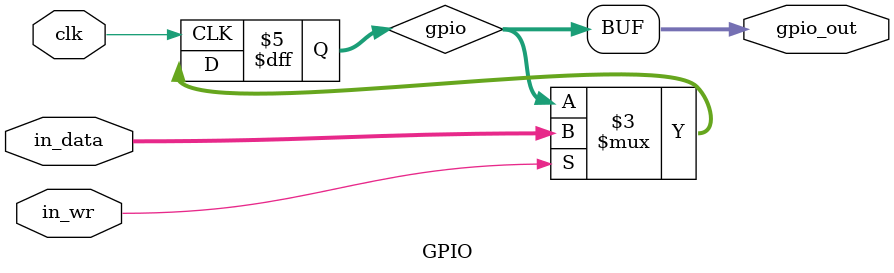
<source format=v>
`timescale 1ns / 1ps
`default_nettype none

module GPIO(
    input wire clk,
	 
    output wire [23:0] gpio_out,
	 
	 // Write chanel
    input wire [23:0] in_data,
    input wire in_wr
);

reg [23:0] gpio = 0;

always @(posedge clk)
    if (in_wr) gpio <= in_data;

assign gpio_out = gpio;

endmodule
`default_nettype wire


</source>
